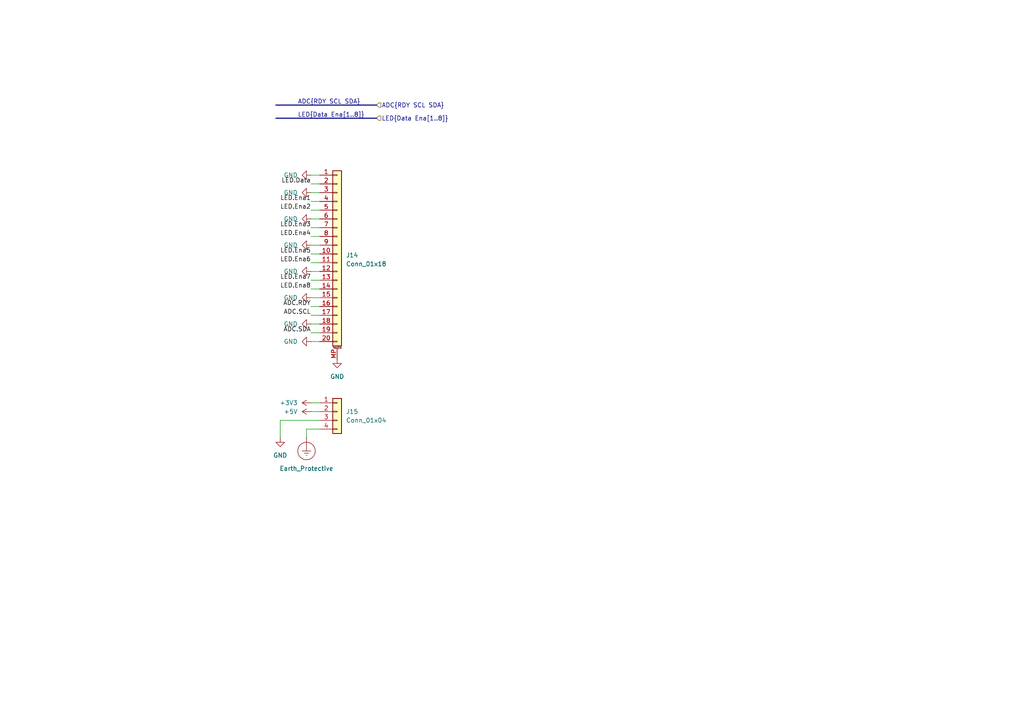
<source format=kicad_sch>
(kicad_sch
	(version 20250114)
	(generator "eeschema")
	(generator_version "9.0")
	(uuid "1b5839a5-50d9-476d-91a2-d5b82481b799")
	(paper "A4")
	(lib_symbols
		(symbol "Connector_Generic:Conn_01x04"
			(pin_names
				(offset 1.016)
				(hide yes)
			)
			(exclude_from_sim no)
			(in_bom yes)
			(on_board yes)
			(property "Reference" "J"
				(at 0 5.08 0)
				(effects
					(font
						(size 1.27 1.27)
					)
				)
			)
			(property "Value" "Conn_01x04"
				(at 0 -7.62 0)
				(effects
					(font
						(size 1.27 1.27)
					)
				)
			)
			(property "Footprint" ""
				(at 0 0 0)
				(effects
					(font
						(size 1.27 1.27)
					)
					(hide yes)
				)
			)
			(property "Datasheet" "~"
				(at 0 0 0)
				(effects
					(font
						(size 1.27 1.27)
					)
					(hide yes)
				)
			)
			(property "Description" "Generic connector, single row, 01x04, script generated (kicad-library-utils/schlib/autogen/connector/)"
				(at 0 0 0)
				(effects
					(font
						(size 1.27 1.27)
					)
					(hide yes)
				)
			)
			(property "ki_keywords" "connector"
				(at 0 0 0)
				(effects
					(font
						(size 1.27 1.27)
					)
					(hide yes)
				)
			)
			(property "ki_fp_filters" "Connector*:*_1x??_*"
				(at 0 0 0)
				(effects
					(font
						(size 1.27 1.27)
					)
					(hide yes)
				)
			)
			(symbol "Conn_01x04_1_1"
				(rectangle
					(start -1.27 3.81)
					(end 1.27 -6.35)
					(stroke
						(width 0.254)
						(type default)
					)
					(fill
						(type background)
					)
				)
				(rectangle
					(start -1.27 2.667)
					(end 0 2.413)
					(stroke
						(width 0.1524)
						(type default)
					)
					(fill
						(type none)
					)
				)
				(rectangle
					(start -1.27 0.127)
					(end 0 -0.127)
					(stroke
						(width 0.1524)
						(type default)
					)
					(fill
						(type none)
					)
				)
				(rectangle
					(start -1.27 -2.413)
					(end 0 -2.667)
					(stroke
						(width 0.1524)
						(type default)
					)
					(fill
						(type none)
					)
				)
				(rectangle
					(start -1.27 -4.953)
					(end 0 -5.207)
					(stroke
						(width 0.1524)
						(type default)
					)
					(fill
						(type none)
					)
				)
				(pin passive line
					(at -5.08 2.54 0)
					(length 3.81)
					(name "Pin_1"
						(effects
							(font
								(size 1.27 1.27)
							)
						)
					)
					(number "1"
						(effects
							(font
								(size 1.27 1.27)
							)
						)
					)
				)
				(pin passive line
					(at -5.08 0 0)
					(length 3.81)
					(name "Pin_2"
						(effects
							(font
								(size 1.27 1.27)
							)
						)
					)
					(number "2"
						(effects
							(font
								(size 1.27 1.27)
							)
						)
					)
				)
				(pin passive line
					(at -5.08 -2.54 0)
					(length 3.81)
					(name "Pin_3"
						(effects
							(font
								(size 1.27 1.27)
							)
						)
					)
					(number "3"
						(effects
							(font
								(size 1.27 1.27)
							)
						)
					)
				)
				(pin passive line
					(at -5.08 -5.08 0)
					(length 3.81)
					(name "Pin_4"
						(effects
							(font
								(size 1.27 1.27)
							)
						)
					)
					(number "4"
						(effects
							(font
								(size 1.27 1.27)
							)
						)
					)
				)
			)
			(embedded_fonts no)
		)
		(symbol "Connector_Generic_MountingPin:Conn_01x20_MountingPin"
			(pin_names
				(offset 1.016)
				(hide yes)
			)
			(exclude_from_sim no)
			(in_bom yes)
			(on_board yes)
			(property "Reference" "J"
				(at 0 25.4 0)
				(effects
					(font
						(size 1.27 1.27)
					)
				)
			)
			(property "Value" "Conn_01x20_MountingPin"
				(at 1.27 -27.94 0)
				(effects
					(font
						(size 1.27 1.27)
					)
					(justify left)
				)
			)
			(property "Footprint" ""
				(at 0 0 0)
				(effects
					(font
						(size 1.27 1.27)
					)
					(hide yes)
				)
			)
			(property "Datasheet" "~"
				(at 0 0 0)
				(effects
					(font
						(size 1.27 1.27)
					)
					(hide yes)
				)
			)
			(property "Description" "Generic connectable mounting pin connector, single row, 01x20, script generated (kicad-library-utils/schlib/autogen/connector/)"
				(at 0 0 0)
				(effects
					(font
						(size 1.27 1.27)
					)
					(hide yes)
				)
			)
			(property "ki_keywords" "connector"
				(at 0 0 0)
				(effects
					(font
						(size 1.27 1.27)
					)
					(hide yes)
				)
			)
			(property "ki_fp_filters" "Connector*:*_1x??-1MP*"
				(at 0 0 0)
				(effects
					(font
						(size 1.27 1.27)
					)
					(hide yes)
				)
			)
			(symbol "Conn_01x20_MountingPin_1_1"
				(rectangle
					(start -1.27 24.13)
					(end 1.27 -26.67)
					(stroke
						(width 0.254)
						(type default)
					)
					(fill
						(type background)
					)
				)
				(rectangle
					(start -1.27 22.987)
					(end 0 22.733)
					(stroke
						(width 0.1524)
						(type default)
					)
					(fill
						(type none)
					)
				)
				(rectangle
					(start -1.27 20.447)
					(end 0 20.193)
					(stroke
						(width 0.1524)
						(type default)
					)
					(fill
						(type none)
					)
				)
				(rectangle
					(start -1.27 17.907)
					(end 0 17.653)
					(stroke
						(width 0.1524)
						(type default)
					)
					(fill
						(type none)
					)
				)
				(rectangle
					(start -1.27 15.367)
					(end 0 15.113)
					(stroke
						(width 0.1524)
						(type default)
					)
					(fill
						(type none)
					)
				)
				(rectangle
					(start -1.27 12.827)
					(end 0 12.573)
					(stroke
						(width 0.1524)
						(type default)
					)
					(fill
						(type none)
					)
				)
				(rectangle
					(start -1.27 10.287)
					(end 0 10.033)
					(stroke
						(width 0.1524)
						(type default)
					)
					(fill
						(type none)
					)
				)
				(rectangle
					(start -1.27 7.747)
					(end 0 7.493)
					(stroke
						(width 0.1524)
						(type default)
					)
					(fill
						(type none)
					)
				)
				(rectangle
					(start -1.27 5.207)
					(end 0 4.953)
					(stroke
						(width 0.1524)
						(type default)
					)
					(fill
						(type none)
					)
				)
				(rectangle
					(start -1.27 2.667)
					(end 0 2.413)
					(stroke
						(width 0.1524)
						(type default)
					)
					(fill
						(type none)
					)
				)
				(rectangle
					(start -1.27 0.127)
					(end 0 -0.127)
					(stroke
						(width 0.1524)
						(type default)
					)
					(fill
						(type none)
					)
				)
				(rectangle
					(start -1.27 -2.413)
					(end 0 -2.667)
					(stroke
						(width 0.1524)
						(type default)
					)
					(fill
						(type none)
					)
				)
				(rectangle
					(start -1.27 -4.953)
					(end 0 -5.207)
					(stroke
						(width 0.1524)
						(type default)
					)
					(fill
						(type none)
					)
				)
				(rectangle
					(start -1.27 -7.493)
					(end 0 -7.747)
					(stroke
						(width 0.1524)
						(type default)
					)
					(fill
						(type none)
					)
				)
				(rectangle
					(start -1.27 -10.033)
					(end 0 -10.287)
					(stroke
						(width 0.1524)
						(type default)
					)
					(fill
						(type none)
					)
				)
				(rectangle
					(start -1.27 -12.573)
					(end 0 -12.827)
					(stroke
						(width 0.1524)
						(type default)
					)
					(fill
						(type none)
					)
				)
				(rectangle
					(start -1.27 -15.113)
					(end 0 -15.367)
					(stroke
						(width 0.1524)
						(type default)
					)
					(fill
						(type none)
					)
				)
				(rectangle
					(start -1.27 -17.653)
					(end 0 -17.907)
					(stroke
						(width 0.1524)
						(type default)
					)
					(fill
						(type none)
					)
				)
				(rectangle
					(start -1.27 -20.193)
					(end 0 -20.447)
					(stroke
						(width 0.1524)
						(type default)
					)
					(fill
						(type none)
					)
				)
				(rectangle
					(start -1.27 -22.733)
					(end 0 -22.987)
					(stroke
						(width 0.1524)
						(type default)
					)
					(fill
						(type none)
					)
				)
				(rectangle
					(start -1.27 -25.273)
					(end 0 -25.527)
					(stroke
						(width 0.1524)
						(type default)
					)
					(fill
						(type none)
					)
				)
				(polyline
					(pts
						(xy -1.016 -27.432) (xy 1.016 -27.432)
					)
					(stroke
						(width 0.1524)
						(type default)
					)
					(fill
						(type none)
					)
				)
				(text "Mounting"
					(at 0 -27.051 0)
					(effects
						(font
							(size 0.381 0.381)
						)
					)
				)
				(pin passive line
					(at -5.08 22.86 0)
					(length 3.81)
					(name "Pin_1"
						(effects
							(font
								(size 1.27 1.27)
							)
						)
					)
					(number "1"
						(effects
							(font
								(size 1.27 1.27)
							)
						)
					)
				)
				(pin passive line
					(at -5.08 20.32 0)
					(length 3.81)
					(name "Pin_2"
						(effects
							(font
								(size 1.27 1.27)
							)
						)
					)
					(number "2"
						(effects
							(font
								(size 1.27 1.27)
							)
						)
					)
				)
				(pin passive line
					(at -5.08 17.78 0)
					(length 3.81)
					(name "Pin_3"
						(effects
							(font
								(size 1.27 1.27)
							)
						)
					)
					(number "3"
						(effects
							(font
								(size 1.27 1.27)
							)
						)
					)
				)
				(pin passive line
					(at -5.08 15.24 0)
					(length 3.81)
					(name "Pin_4"
						(effects
							(font
								(size 1.27 1.27)
							)
						)
					)
					(number "4"
						(effects
							(font
								(size 1.27 1.27)
							)
						)
					)
				)
				(pin passive line
					(at -5.08 12.7 0)
					(length 3.81)
					(name "Pin_5"
						(effects
							(font
								(size 1.27 1.27)
							)
						)
					)
					(number "5"
						(effects
							(font
								(size 1.27 1.27)
							)
						)
					)
				)
				(pin passive line
					(at -5.08 10.16 0)
					(length 3.81)
					(name "Pin_6"
						(effects
							(font
								(size 1.27 1.27)
							)
						)
					)
					(number "6"
						(effects
							(font
								(size 1.27 1.27)
							)
						)
					)
				)
				(pin passive line
					(at -5.08 7.62 0)
					(length 3.81)
					(name "Pin_7"
						(effects
							(font
								(size 1.27 1.27)
							)
						)
					)
					(number "7"
						(effects
							(font
								(size 1.27 1.27)
							)
						)
					)
				)
				(pin passive line
					(at -5.08 5.08 0)
					(length 3.81)
					(name "Pin_8"
						(effects
							(font
								(size 1.27 1.27)
							)
						)
					)
					(number "8"
						(effects
							(font
								(size 1.27 1.27)
							)
						)
					)
				)
				(pin passive line
					(at -5.08 2.54 0)
					(length 3.81)
					(name "Pin_9"
						(effects
							(font
								(size 1.27 1.27)
							)
						)
					)
					(number "9"
						(effects
							(font
								(size 1.27 1.27)
							)
						)
					)
				)
				(pin passive line
					(at -5.08 0 0)
					(length 3.81)
					(name "Pin_10"
						(effects
							(font
								(size 1.27 1.27)
							)
						)
					)
					(number "10"
						(effects
							(font
								(size 1.27 1.27)
							)
						)
					)
				)
				(pin passive line
					(at -5.08 -2.54 0)
					(length 3.81)
					(name "Pin_11"
						(effects
							(font
								(size 1.27 1.27)
							)
						)
					)
					(number "11"
						(effects
							(font
								(size 1.27 1.27)
							)
						)
					)
				)
				(pin passive line
					(at -5.08 -5.08 0)
					(length 3.81)
					(name "Pin_12"
						(effects
							(font
								(size 1.27 1.27)
							)
						)
					)
					(number "12"
						(effects
							(font
								(size 1.27 1.27)
							)
						)
					)
				)
				(pin passive line
					(at -5.08 -7.62 0)
					(length 3.81)
					(name "Pin_13"
						(effects
							(font
								(size 1.27 1.27)
							)
						)
					)
					(number "13"
						(effects
							(font
								(size 1.27 1.27)
							)
						)
					)
				)
				(pin passive line
					(at -5.08 -10.16 0)
					(length 3.81)
					(name "Pin_14"
						(effects
							(font
								(size 1.27 1.27)
							)
						)
					)
					(number "14"
						(effects
							(font
								(size 1.27 1.27)
							)
						)
					)
				)
				(pin passive line
					(at -5.08 -12.7 0)
					(length 3.81)
					(name "Pin_15"
						(effects
							(font
								(size 1.27 1.27)
							)
						)
					)
					(number "15"
						(effects
							(font
								(size 1.27 1.27)
							)
						)
					)
				)
				(pin passive line
					(at -5.08 -15.24 0)
					(length 3.81)
					(name "Pin_16"
						(effects
							(font
								(size 1.27 1.27)
							)
						)
					)
					(number "16"
						(effects
							(font
								(size 1.27 1.27)
							)
						)
					)
				)
				(pin passive line
					(at -5.08 -17.78 0)
					(length 3.81)
					(name "Pin_17"
						(effects
							(font
								(size 1.27 1.27)
							)
						)
					)
					(number "17"
						(effects
							(font
								(size 1.27 1.27)
							)
						)
					)
				)
				(pin passive line
					(at -5.08 -20.32 0)
					(length 3.81)
					(name "Pin_18"
						(effects
							(font
								(size 1.27 1.27)
							)
						)
					)
					(number "18"
						(effects
							(font
								(size 1.27 1.27)
							)
						)
					)
				)
				(pin passive line
					(at -5.08 -22.86 0)
					(length 3.81)
					(name "Pin_19"
						(effects
							(font
								(size 1.27 1.27)
							)
						)
					)
					(number "19"
						(effects
							(font
								(size 1.27 1.27)
							)
						)
					)
				)
				(pin passive line
					(at -5.08 -25.4 0)
					(length 3.81)
					(name "Pin_20"
						(effects
							(font
								(size 1.27 1.27)
							)
						)
					)
					(number "20"
						(effects
							(font
								(size 1.27 1.27)
							)
						)
					)
				)
				(pin passive line
					(at 0 -30.48 90)
					(length 3.048)
					(name "MountPin"
						(effects
							(font
								(size 1.27 1.27)
							)
						)
					)
					(number "MP"
						(effects
							(font
								(size 1.27 1.27)
							)
						)
					)
				)
			)
			(embedded_fonts no)
		)
		(symbol "power:+3V3"
			(power)
			(pin_numbers
				(hide yes)
			)
			(pin_names
				(offset 0)
				(hide yes)
			)
			(exclude_from_sim no)
			(in_bom yes)
			(on_board yes)
			(property "Reference" "#PWR"
				(at 0 -3.81 0)
				(effects
					(font
						(size 1.27 1.27)
					)
					(hide yes)
				)
			)
			(property "Value" "+3V3"
				(at 0 3.556 0)
				(effects
					(font
						(size 1.27 1.27)
					)
				)
			)
			(property "Footprint" ""
				(at 0 0 0)
				(effects
					(font
						(size 1.27 1.27)
					)
					(hide yes)
				)
			)
			(property "Datasheet" ""
				(at 0 0 0)
				(effects
					(font
						(size 1.27 1.27)
					)
					(hide yes)
				)
			)
			(property "Description" "Power symbol creates a global label with name \"+3V3\""
				(at 0 0 0)
				(effects
					(font
						(size 1.27 1.27)
					)
					(hide yes)
				)
			)
			(property "ki_keywords" "global power"
				(at 0 0 0)
				(effects
					(font
						(size 1.27 1.27)
					)
					(hide yes)
				)
			)
			(symbol "+3V3_0_1"
				(polyline
					(pts
						(xy -0.762 1.27) (xy 0 2.54)
					)
					(stroke
						(width 0)
						(type default)
					)
					(fill
						(type none)
					)
				)
				(polyline
					(pts
						(xy 0 2.54) (xy 0.762 1.27)
					)
					(stroke
						(width 0)
						(type default)
					)
					(fill
						(type none)
					)
				)
				(polyline
					(pts
						(xy 0 0) (xy 0 2.54)
					)
					(stroke
						(width 0)
						(type default)
					)
					(fill
						(type none)
					)
				)
			)
			(symbol "+3V3_1_1"
				(pin power_in line
					(at 0 0 90)
					(length 0)
					(name "~"
						(effects
							(font
								(size 1.27 1.27)
							)
						)
					)
					(number "1"
						(effects
							(font
								(size 1.27 1.27)
							)
						)
					)
				)
			)
			(embedded_fonts no)
		)
		(symbol "power:+5V"
			(power)
			(pin_numbers
				(hide yes)
			)
			(pin_names
				(offset 0)
				(hide yes)
			)
			(exclude_from_sim no)
			(in_bom yes)
			(on_board yes)
			(property "Reference" "#PWR"
				(at 0 -3.81 0)
				(effects
					(font
						(size 1.27 1.27)
					)
					(hide yes)
				)
			)
			(property "Value" "+5V"
				(at 0 3.556 0)
				(effects
					(font
						(size 1.27 1.27)
					)
				)
			)
			(property "Footprint" ""
				(at 0 0 0)
				(effects
					(font
						(size 1.27 1.27)
					)
					(hide yes)
				)
			)
			(property "Datasheet" ""
				(at 0 0 0)
				(effects
					(font
						(size 1.27 1.27)
					)
					(hide yes)
				)
			)
			(property "Description" "Power symbol creates a global label with name \"+5V\""
				(at 0 0 0)
				(effects
					(font
						(size 1.27 1.27)
					)
					(hide yes)
				)
			)
			(property "ki_keywords" "global power"
				(at 0 0 0)
				(effects
					(font
						(size 1.27 1.27)
					)
					(hide yes)
				)
			)
			(symbol "+5V_0_1"
				(polyline
					(pts
						(xy -0.762 1.27) (xy 0 2.54)
					)
					(stroke
						(width 0)
						(type default)
					)
					(fill
						(type none)
					)
				)
				(polyline
					(pts
						(xy 0 2.54) (xy 0.762 1.27)
					)
					(stroke
						(width 0)
						(type default)
					)
					(fill
						(type none)
					)
				)
				(polyline
					(pts
						(xy 0 0) (xy 0 2.54)
					)
					(stroke
						(width 0)
						(type default)
					)
					(fill
						(type none)
					)
				)
			)
			(symbol "+5V_1_1"
				(pin power_in line
					(at 0 0 90)
					(length 0)
					(name "~"
						(effects
							(font
								(size 1.27 1.27)
							)
						)
					)
					(number "1"
						(effects
							(font
								(size 1.27 1.27)
							)
						)
					)
				)
			)
			(embedded_fonts no)
		)
		(symbol "power:Earth_Protective"
			(power)
			(pin_numbers
				(hide yes)
			)
			(pin_names
				(offset 0)
				(hide yes)
			)
			(exclude_from_sim no)
			(in_bom yes)
			(on_board yes)
			(property "Reference" "#PWR"
				(at 0 -10.16 0)
				(effects
					(font
						(size 1.27 1.27)
					)
					(hide yes)
				)
			)
			(property "Value" "Earth_Protective"
				(at 0 -7.62 0)
				(effects
					(font
						(size 1.27 1.27)
					)
				)
			)
			(property "Footprint" ""
				(at 0 -2.54 0)
				(effects
					(font
						(size 1.27 1.27)
					)
					(hide yes)
				)
			)
			(property "Datasheet" "~"
				(at 0 -2.54 0)
				(effects
					(font
						(size 1.27 1.27)
					)
					(hide yes)
				)
			)
			(property "Description" "Power symbol creates a global label with name \"Earth_Protective\""
				(at 0 0 0)
				(effects
					(font
						(size 1.27 1.27)
					)
					(hide yes)
				)
			)
			(property "ki_keywords" "global ground gnd clean"
				(at 0 0 0)
				(effects
					(font
						(size 1.27 1.27)
					)
					(hide yes)
				)
			)
			(symbol "Earth_Protective_0_1"
				(polyline
					(pts
						(xy -0.635 -4.445) (xy 0.635 -4.445)
					)
					(stroke
						(width 0)
						(type default)
					)
					(fill
						(type none)
					)
				)
				(polyline
					(pts
						(xy -0.127 -5.08) (xy 0.127 -5.08)
					)
					(stroke
						(width 0)
						(type default)
					)
					(fill
						(type none)
					)
				)
				(polyline
					(pts
						(xy 0 -3.81) (xy 0 0)
					)
					(stroke
						(width 0)
						(type default)
					)
					(fill
						(type none)
					)
				)
				(circle
					(center 0 -3.81)
					(radius 2.54)
					(stroke
						(width 0)
						(type default)
					)
					(fill
						(type none)
					)
				)
				(polyline
					(pts
						(xy 1.27 -3.81) (xy -1.27 -3.81)
					)
					(stroke
						(width 0)
						(type default)
					)
					(fill
						(type none)
					)
				)
			)
			(symbol "Earth_Protective_1_1"
				(pin power_in line
					(at 0 0 270)
					(length 0)
					(name "~"
						(effects
							(font
								(size 1.27 1.27)
							)
						)
					)
					(number "1"
						(effects
							(font
								(size 1.27 1.27)
							)
						)
					)
				)
			)
			(embedded_fonts no)
		)
		(symbol "power:GND"
			(power)
			(pin_numbers
				(hide yes)
			)
			(pin_names
				(offset 0)
				(hide yes)
			)
			(exclude_from_sim no)
			(in_bom yes)
			(on_board yes)
			(property "Reference" "#PWR"
				(at 0 -6.35 0)
				(effects
					(font
						(size 1.27 1.27)
					)
					(hide yes)
				)
			)
			(property "Value" "GND"
				(at 0 -3.81 0)
				(effects
					(font
						(size 1.27 1.27)
					)
				)
			)
			(property "Footprint" ""
				(at 0 0 0)
				(effects
					(font
						(size 1.27 1.27)
					)
					(hide yes)
				)
			)
			(property "Datasheet" ""
				(at 0 0 0)
				(effects
					(font
						(size 1.27 1.27)
					)
					(hide yes)
				)
			)
			(property "Description" "Power symbol creates a global label with name \"GND\" , ground"
				(at 0 0 0)
				(effects
					(font
						(size 1.27 1.27)
					)
					(hide yes)
				)
			)
			(property "ki_keywords" "global power"
				(at 0 0 0)
				(effects
					(font
						(size 1.27 1.27)
					)
					(hide yes)
				)
			)
			(symbol "GND_0_1"
				(polyline
					(pts
						(xy 0 0) (xy 0 -1.27) (xy 1.27 -1.27) (xy 0 -2.54) (xy -1.27 -1.27) (xy 0 -1.27)
					)
					(stroke
						(width 0)
						(type default)
					)
					(fill
						(type none)
					)
				)
			)
			(symbol "GND_1_1"
				(pin power_in line
					(at 0 0 270)
					(length 0)
					(name "~"
						(effects
							(font
								(size 1.27 1.27)
							)
						)
					)
					(number "1"
						(effects
							(font
								(size 1.27 1.27)
							)
						)
					)
				)
			)
			(embedded_fonts no)
		)
	)
	(wire
		(pts
			(xy 90.17 83.82) (xy 92.71 83.82)
		)
		(stroke
			(width 0)
			(type default)
		)
		(uuid "12fd6277-fcbc-4fb9-81d9-bdbd0cf9fb86")
	)
	(wire
		(pts
			(xy 90.17 63.5) (xy 92.71 63.5)
		)
		(stroke
			(width 0)
			(type default)
		)
		(uuid "23a73c7f-4c8b-4aba-9406-b1da170ffea8")
	)
	(wire
		(pts
			(xy 90.17 71.12) (xy 92.71 71.12)
		)
		(stroke
			(width 0)
			(type default)
		)
		(uuid "27a5f27c-938b-4d7c-b250-a7f20bb58cfc")
	)
	(wire
		(pts
			(xy 90.17 86.36) (xy 92.71 86.36)
		)
		(stroke
			(width 0)
			(type default)
		)
		(uuid "313c1c8a-b2fe-4c27-95b4-440831052a04")
	)
	(wire
		(pts
			(xy 90.17 58.42) (xy 92.71 58.42)
		)
		(stroke
			(width 0)
			(type default)
		)
		(uuid "366bb1c5-e8dd-4c2d-9335-6d5708914329")
	)
	(wire
		(pts
			(xy 88.9 127) (xy 88.9 124.46)
		)
		(stroke
			(width 0)
			(type default)
		)
		(uuid "41fab280-c237-4adc-b5cf-758e994f381a")
	)
	(wire
		(pts
			(xy 90.17 73.66) (xy 92.71 73.66)
		)
		(stroke
			(width 0)
			(type default)
		)
		(uuid "4a2e0dfc-1916-40a2-bf37-858250a32873")
	)
	(wire
		(pts
			(xy 90.17 60.96) (xy 92.71 60.96)
		)
		(stroke
			(width 0)
			(type default)
		)
		(uuid "4cdb6b36-e1d6-4748-abe6-523f4f91fa89")
	)
	(bus
		(pts
			(xy 80.01 30.48) (xy 109.22 30.48)
		)
		(stroke
			(width 0)
			(type default)
		)
		(uuid "52b1ab5a-359c-4f96-a92e-8b7b1f40f7b0")
	)
	(wire
		(pts
			(xy 90.17 66.04) (xy 92.71 66.04)
		)
		(stroke
			(width 0)
			(type default)
		)
		(uuid "55abf1ce-25f3-479d-a2db-657aa0ec5c23")
	)
	(wire
		(pts
			(xy 88.9 124.46) (xy 92.71 124.46)
		)
		(stroke
			(width 0)
			(type default)
		)
		(uuid "60a017d5-b24b-4416-9258-3f82229294d6")
	)
	(wire
		(pts
			(xy 90.17 78.74) (xy 92.71 78.74)
		)
		(stroke
			(width 0)
			(type default)
		)
		(uuid "64022cff-fa71-4241-a5b0-3b9799bfda53")
	)
	(wire
		(pts
			(xy 90.17 68.58) (xy 92.71 68.58)
		)
		(stroke
			(width 0)
			(type default)
		)
		(uuid "65555862-7855-4973-ba35-8f3812b15013")
	)
	(wire
		(pts
			(xy 90.17 50.8) (xy 92.71 50.8)
		)
		(stroke
			(width 0)
			(type default)
		)
		(uuid "68e2b170-11b8-4bb6-ae74-cfc204648e73")
	)
	(wire
		(pts
			(xy 81.28 127) (xy 81.28 121.92)
		)
		(stroke
			(width 0)
			(type default)
		)
		(uuid "81d688b9-4563-4e42-a08c-f44d1aeef37c")
	)
	(wire
		(pts
			(xy 90.17 91.44) (xy 92.71 91.44)
		)
		(stroke
			(width 0)
			(type default)
		)
		(uuid "852df7e5-8968-4204-ac97-3a55b41c186c")
	)
	(wire
		(pts
			(xy 90.17 81.28) (xy 92.71 81.28)
		)
		(stroke
			(width 0)
			(type default)
		)
		(uuid "86dfd101-4945-4efa-b602-f221d19ed1d4")
	)
	(bus
		(pts
			(xy 80.01 34.29) (xy 109.22 34.29)
		)
		(stroke
			(width 0)
			(type default)
		)
		(uuid "9374c539-2673-4ddc-9f1c-4e6226e85dfc")
	)
	(wire
		(pts
			(xy 90.17 93.98) (xy 92.71 93.98)
		)
		(stroke
			(width 0)
			(type default)
		)
		(uuid "9704dc66-11da-4370-90f3-9ac2c5e890a6")
	)
	(wire
		(pts
			(xy 90.17 88.9) (xy 92.71 88.9)
		)
		(stroke
			(width 0)
			(type default)
		)
		(uuid "a3cf21e6-f2ee-46d3-9172-366ad0160681")
	)
	(wire
		(pts
			(xy 90.17 53.34) (xy 92.71 53.34)
		)
		(stroke
			(width 0)
			(type default)
		)
		(uuid "ab4bc61a-4667-4775-b7d3-81ef09889d6c")
	)
	(wire
		(pts
			(xy 90.17 116.84) (xy 92.71 116.84)
		)
		(stroke
			(width 0)
			(type default)
		)
		(uuid "ac32dbbc-96fb-4625-9c10-9a9cea76d52f")
	)
	(wire
		(pts
			(xy 90.17 99.06) (xy 92.71 99.06)
		)
		(stroke
			(width 0)
			(type default)
		)
		(uuid "b8235971-032b-4d9e-9e2c-3e58114540ad")
	)
	(wire
		(pts
			(xy 90.17 55.88) (xy 92.71 55.88)
		)
		(stroke
			(width 0)
			(type default)
		)
		(uuid "cc9557f5-4c8a-4bdc-8052-e18035f68a99")
	)
	(wire
		(pts
			(xy 90.17 119.38) (xy 92.71 119.38)
		)
		(stroke
			(width 0)
			(type default)
		)
		(uuid "dee7e0de-5b66-48e0-b014-27032f8352b4")
	)
	(wire
		(pts
			(xy 90.17 96.52) (xy 92.71 96.52)
		)
		(stroke
			(width 0)
			(type default)
		)
		(uuid "e0d49d5c-91f5-4730-b80b-31bce46d1a54")
	)
	(wire
		(pts
			(xy 90.17 76.2) (xy 92.71 76.2)
		)
		(stroke
			(width 0)
			(type default)
		)
		(uuid "e27c0919-6e54-4147-bdac-1b88c5d25d6f")
	)
	(wire
		(pts
			(xy 81.28 121.92) (xy 92.71 121.92)
		)
		(stroke
			(width 0)
			(type default)
		)
		(uuid "e373a814-eecd-4fea-916d-ba466bc1a928")
	)
	(label "LED.Data"
		(at 90.17 53.34 180)
		(effects
			(font
				(size 1.27 1.27)
			)
			(justify right bottom)
		)
		(uuid "080ae524-a7fc-45af-84c0-1352d16f0b3b")
	)
	(label "LED.Ena1"
		(at 90.17 58.42 180)
		(effects
			(font
				(size 1.27 1.27)
			)
			(justify right bottom)
		)
		(uuid "0a137be2-3297-41d2-8be9-8afdc94ee595")
	)
	(label "ADC.RDY"
		(at 90.17 88.9 180)
		(effects
			(font
				(size 1.27 1.27)
			)
			(justify right bottom)
		)
		(uuid "0c91223a-bc7f-4cf0-a660-17d7c25b004a")
	)
	(label "ADC.SCL"
		(at 90.17 91.44 180)
		(effects
			(font
				(size 1.27 1.27)
			)
			(justify right bottom)
		)
		(uuid "276d4fd0-d75a-4dc6-80f9-8cec267a8905")
	)
	(label "LED.Ena4"
		(at 90.17 68.58 180)
		(effects
			(font
				(size 1.27 1.27)
			)
			(justify right bottom)
		)
		(uuid "5c856db0-c54e-45f4-9824-43ee8a9bf05e")
	)
	(label "LED.Ena2"
		(at 90.17 60.96 180)
		(effects
			(font
				(size 1.27 1.27)
			)
			(justify right bottom)
		)
		(uuid "653aa146-595a-4696-b786-c9ce64cf2b69")
	)
	(label "LED.Ena8"
		(at 90.17 83.82 180)
		(effects
			(font
				(size 1.27 1.27)
			)
			(justify right bottom)
		)
		(uuid "67513553-f0e5-4ec3-806d-f40185c867fd")
	)
	(label "ADC.SDA"
		(at 90.17 96.52 180)
		(effects
			(font
				(size 1.27 1.27)
			)
			(justify right bottom)
		)
		(uuid "6bf5d9c4-7eee-40a7-9fc7-327c97da3692")
	)
	(label "LED.Ena5"
		(at 90.17 73.66 180)
		(effects
			(font
				(size 1.27 1.27)
			)
			(justify right bottom)
		)
		(uuid "8d860584-4f1e-4f96-87b2-69e6ce5fd72c")
	)
	(label "LED{Data Ena[1..8]}"
		(at 86.36 34.29 0)
		(effects
			(font
				(size 1.27 1.27)
			)
			(justify left bottom)
		)
		(uuid "950dbec3-0c15-488d-b21a-72057af8ceee")
	)
	(label "LED.Ena7"
		(at 90.17 81.28 180)
		(effects
			(font
				(size 1.27 1.27)
			)
			(justify right bottom)
		)
		(uuid "9888c086-88b3-4bb2-9ec6-a75c0b375104")
	)
	(label "LED.Ena3"
		(at 90.17 66.04 180)
		(effects
			(font
				(size 1.27 1.27)
			)
			(justify right bottom)
		)
		(uuid "cb47c534-fe9c-4237-9f96-b88eb5f0a169")
	)
	(label "ADC{RDY SCL SDA}"
		(at 86.36 30.48 0)
		(effects
			(font
				(size 1.27 1.27)
			)
			(justify left bottom)
		)
		(uuid "cdae49a8-bc08-4cc8-837b-bb3fc2869fb2")
	)
	(label "LED.Ena6"
		(at 90.17 76.2 180)
		(effects
			(font
				(size 1.27 1.27)
			)
			(justify right bottom)
		)
		(uuid "de8859d7-f54b-4e1d-8cf4-ea87eaf602b1")
	)
	(hierarchical_label "LED{Data Ena[1..8]}"
		(shape input)
		(at 109.22 34.29 0)
		(effects
			(font
				(size 1.27 1.27)
			)
			(justify left)
		)
		(uuid "369a419d-cda9-44f8-bc36-5fa6f59a2c24")
	)
	(hierarchical_label "ADC{RDY SCL SDA}"
		(shape input)
		(at 109.22 30.48 0)
		(effects
			(font
				(size 1.27 1.27)
			)
			(justify left)
		)
		(uuid "fcca4745-e481-413b-b7a1-8a7ad3c449e3")
	)
	(symbol
		(lib_id "Connector_Generic:Conn_01x04")
		(at 97.79 119.38 0)
		(unit 1)
		(exclude_from_sim no)
		(in_bom yes)
		(on_board yes)
		(dnp no)
		(fields_autoplaced yes)
		(uuid "0071e936-01aa-41f6-8030-b5b3900b411b")
		(property "Reference" "J15"
			(at 100.33 119.3799 0)
			(effects
				(font
					(size 1.27 1.27)
				)
				(justify left)
			)
		)
		(property "Value" "Conn_01x04"
			(at 100.33 121.9199 0)
			(effects
				(font
					(size 1.27 1.27)
				)
				(justify left)
			)
		)
		(property "Footprint" "Connector_JST:JST_XH_B4B-XH-AM_1x04_P2.50mm_Vertical"
			(at 97.79 119.38 0)
			(effects
				(font
					(size 1.27 1.27)
				)
				(hide yes)
			)
		)
		(property "Datasheet" "~"
			(at 97.79 119.38 0)
			(effects
				(font
					(size 1.27 1.27)
				)
				(hide yes)
			)
		)
		(property "Description" "Generic connector, single row, 01x04, script generated (kicad-library-utils/schlib/autogen/connector/)"
			(at 97.79 119.38 0)
			(effects
				(font
					(size 1.27 1.27)
				)
				(hide yes)
			)
		)
		(pin "4"
			(uuid "6fcfaa21-7b96-4b4b-89ee-16f0ca08ad6c")
		)
		(pin "1"
			(uuid "2f539a2c-1ab2-4029-aa1c-1e1e94a93467")
		)
		(pin "3"
			(uuid "226c9b4f-e462-4ffd-ae44-64bfe0cdc4de")
		)
		(pin "2"
			(uuid "1f6dfd79-239a-4012-8d7c-e114e3bc18ad")
		)
		(instances
			(project ""
				(path "/b7011f24-a95f-4b3f-a6cc-ae92e5977d54/203c8886-ee16-4201-9093-4ac34a2e1788"
					(reference "J15")
					(unit 1)
				)
			)
		)
	)
	(symbol
		(lib_id "power:GND")
		(at 90.17 86.36 270)
		(unit 1)
		(exclude_from_sim no)
		(in_bom yes)
		(on_board yes)
		(dnp no)
		(fields_autoplaced yes)
		(uuid "02a8b39b-c1b6-4a56-ae01-d0b42ab39b97")
		(property "Reference" "#PWR098"
			(at 83.82 86.36 0)
			(effects
				(font
					(size 1.27 1.27)
				)
				(hide yes)
			)
		)
		(property "Value" "GND"
			(at 86.36 86.3599 90)
			(effects
				(font
					(size 1.27 1.27)
				)
				(justify right)
			)
		)
		(property "Footprint" ""
			(at 90.17 86.36 0)
			(effects
				(font
					(size 1.27 1.27)
				)
				(hide yes)
			)
		)
		(property "Datasheet" ""
			(at 90.17 86.36 0)
			(effects
				(font
					(size 1.27 1.27)
				)
				(hide yes)
			)
		)
		(property "Description" "Power symbol creates a global label with name \"GND\" , ground"
			(at 90.17 86.36 0)
			(effects
				(font
					(size 1.27 1.27)
				)
				(hide yes)
			)
		)
		(pin "1"
			(uuid "31358096-4012-4ee3-898c-25db3862bc58")
		)
		(instances
			(project "StairsV2Eth_MainBoard"
				(path "/b7011f24-a95f-4b3f-a6cc-ae92e5977d54/203c8886-ee16-4201-9093-4ac34a2e1788"
					(reference "#PWR098")
					(unit 1)
				)
			)
		)
	)
	(symbol
		(lib_id "power:GND")
		(at 90.17 55.88 270)
		(unit 1)
		(exclude_from_sim no)
		(in_bom yes)
		(on_board yes)
		(dnp no)
		(fields_autoplaced yes)
		(uuid "06275973-02ff-47f5-a521-885c1663f1db")
		(property "Reference" "#PWR094"
			(at 83.82 55.88 0)
			(effects
				(font
					(size 1.27 1.27)
				)
				(hide yes)
			)
		)
		(property "Value" "GND"
			(at 86.36 55.8799 90)
			(effects
				(font
					(size 1.27 1.27)
				)
				(justify right)
			)
		)
		(property "Footprint" ""
			(at 90.17 55.88 0)
			(effects
				(font
					(size 1.27 1.27)
				)
				(hide yes)
			)
		)
		(property "Datasheet" ""
			(at 90.17 55.88 0)
			(effects
				(font
					(size 1.27 1.27)
				)
				(hide yes)
			)
		)
		(property "Description" "Power symbol creates a global label with name \"GND\" , ground"
			(at 90.17 55.88 0)
			(effects
				(font
					(size 1.27 1.27)
				)
				(hide yes)
			)
		)
		(pin "1"
			(uuid "60136f85-f4cf-4b14-959b-a67e05c1933c")
		)
		(instances
			(project ""
				(path "/b7011f24-a95f-4b3f-a6cc-ae92e5977d54/203c8886-ee16-4201-9093-4ac34a2e1788"
					(reference "#PWR094")
					(unit 1)
				)
			)
		)
	)
	(symbol
		(lib_id "power:GND")
		(at 90.17 63.5 270)
		(unit 1)
		(exclude_from_sim no)
		(in_bom yes)
		(on_board yes)
		(dnp no)
		(fields_autoplaced yes)
		(uuid "1545c98b-f897-4cc0-9cae-21f36e905463")
		(property "Reference" "#PWR095"
			(at 83.82 63.5 0)
			(effects
				(font
					(size 1.27 1.27)
				)
				(hide yes)
			)
		)
		(property "Value" "GND"
			(at 86.36 63.4999 90)
			(effects
				(font
					(size 1.27 1.27)
				)
				(justify right)
			)
		)
		(property "Footprint" ""
			(at 90.17 63.5 0)
			(effects
				(font
					(size 1.27 1.27)
				)
				(hide yes)
			)
		)
		(property "Datasheet" ""
			(at 90.17 63.5 0)
			(effects
				(font
					(size 1.27 1.27)
				)
				(hide yes)
			)
		)
		(property "Description" "Power symbol creates a global label with name \"GND\" , ground"
			(at 90.17 63.5 0)
			(effects
				(font
					(size 1.27 1.27)
				)
				(hide yes)
			)
		)
		(pin "1"
			(uuid "8cc16ee0-4144-4c4d-ad56-8f7740e0d0e1")
		)
		(instances
			(project "StairsV2Eth_MainBoard"
				(path "/b7011f24-a95f-4b3f-a6cc-ae92e5977d54/203c8886-ee16-4201-9093-4ac34a2e1788"
					(reference "#PWR095")
					(unit 1)
				)
			)
		)
	)
	(symbol
		(lib_id "power:GND")
		(at 97.79 104.14 0)
		(unit 1)
		(exclude_from_sim no)
		(in_bom yes)
		(on_board yes)
		(dnp no)
		(fields_autoplaced yes)
		(uuid "28c0c56b-01be-44c5-8dc4-00855e708ede")
		(property "Reference" "#PWR0103"
			(at 97.79 110.49 0)
			(effects
				(font
					(size 1.27 1.27)
				)
				(hide yes)
			)
		)
		(property "Value" "GND"
			(at 97.79 109.22 0)
			(effects
				(font
					(size 1.27 1.27)
				)
			)
		)
		(property "Footprint" ""
			(at 97.79 104.14 0)
			(effects
				(font
					(size 1.27 1.27)
				)
				(hide yes)
			)
		)
		(property "Datasheet" ""
			(at 97.79 104.14 0)
			(effects
				(font
					(size 1.27 1.27)
				)
				(hide yes)
			)
		)
		(property "Description" "Power symbol creates a global label with name \"GND\" , ground"
			(at 97.79 104.14 0)
			(effects
				(font
					(size 1.27 1.27)
				)
				(hide yes)
			)
		)
		(pin "1"
			(uuid "f89d5eca-00d5-4019-8a81-3109e3f72163")
		)
		(instances
			(project "StairsV2Eth_MainBoard"
				(path "/b7011f24-a95f-4b3f-a6cc-ae92e5977d54/203c8886-ee16-4201-9093-4ac34a2e1788"
					(reference "#PWR0103")
					(unit 1)
				)
			)
		)
	)
	(symbol
		(lib_id "power:GND")
		(at 90.17 99.06 270)
		(unit 1)
		(exclude_from_sim no)
		(in_bom yes)
		(on_board yes)
		(dnp no)
		(fields_autoplaced yes)
		(uuid "45ec0aec-e3fd-416a-ae24-a465fbec5257")
		(property "Reference" "#PWR0100"
			(at 83.82 99.06 0)
			(effects
				(font
					(size 1.27 1.27)
				)
				(hide yes)
			)
		)
		(property "Value" "GND"
			(at 86.36 99.0599 90)
			(effects
				(font
					(size 1.27 1.27)
				)
				(justify right)
			)
		)
		(property "Footprint" ""
			(at 90.17 99.06 0)
			(effects
				(font
					(size 1.27 1.27)
				)
				(hide yes)
			)
		)
		(property "Datasheet" ""
			(at 90.17 99.06 0)
			(effects
				(font
					(size 1.27 1.27)
				)
				(hide yes)
			)
		)
		(property "Description" "Power symbol creates a global label with name \"GND\" , ground"
			(at 90.17 99.06 0)
			(effects
				(font
					(size 1.27 1.27)
				)
				(hide yes)
			)
		)
		(pin "1"
			(uuid "19eeaee9-073e-4338-883a-fdd6c200c1b3")
		)
		(instances
			(project "StairsV2Eth_MainBoard"
				(path "/b7011f24-a95f-4b3f-a6cc-ae92e5977d54/203c8886-ee16-4201-9093-4ac34a2e1788"
					(reference "#PWR0100")
					(unit 1)
				)
			)
		)
	)
	(symbol
		(lib_id "power:+3V3")
		(at 90.17 116.84 90)
		(unit 1)
		(exclude_from_sim no)
		(in_bom yes)
		(on_board yes)
		(dnp no)
		(fields_autoplaced yes)
		(uuid "551b5083-6bd6-4e08-ac3a-0eee1a02a950")
		(property "Reference" "#PWR0101"
			(at 93.98 116.84 0)
			(effects
				(font
					(size 1.27 1.27)
				)
				(hide yes)
			)
		)
		(property "Value" "+3V3"
			(at 86.36 116.8399 90)
			(effects
				(font
					(size 1.27 1.27)
				)
				(justify left)
			)
		)
		(property "Footprint" ""
			(at 90.17 116.84 0)
			(effects
				(font
					(size 1.27 1.27)
				)
				(hide yes)
			)
		)
		(property "Datasheet" ""
			(at 90.17 116.84 0)
			(effects
				(font
					(size 1.27 1.27)
				)
				(hide yes)
			)
		)
		(property "Description" "Power symbol creates a global label with name \"+3V3\""
			(at 90.17 116.84 0)
			(effects
				(font
					(size 1.27 1.27)
				)
				(hide yes)
			)
		)
		(pin "1"
			(uuid "d2a36fba-4ec5-4b94-b6cd-b6b8e3a78f65")
		)
		(instances
			(project ""
				(path "/b7011f24-a95f-4b3f-a6cc-ae92e5977d54/203c8886-ee16-4201-9093-4ac34a2e1788"
					(reference "#PWR0101")
					(unit 1)
				)
			)
		)
	)
	(symbol
		(lib_id "power:GND")
		(at 81.28 127 0)
		(unit 1)
		(exclude_from_sim no)
		(in_bom yes)
		(on_board yes)
		(dnp no)
		(fields_autoplaced yes)
		(uuid "58d6564c-ff34-4313-9439-5051439755ee")
		(property "Reference" "#PWR091"
			(at 81.28 133.35 0)
			(effects
				(font
					(size 1.27 1.27)
				)
				(hide yes)
			)
		)
		(property "Value" "GND"
			(at 81.28 132.08 0)
			(effects
				(font
					(size 1.27 1.27)
				)
			)
		)
		(property "Footprint" ""
			(at 81.28 127 0)
			(effects
				(font
					(size 1.27 1.27)
				)
				(hide yes)
			)
		)
		(property "Datasheet" ""
			(at 81.28 127 0)
			(effects
				(font
					(size 1.27 1.27)
				)
				(hide yes)
			)
		)
		(property "Description" "Power symbol creates a global label with name \"GND\" , ground"
			(at 81.28 127 0)
			(effects
				(font
					(size 1.27 1.27)
				)
				(hide yes)
			)
		)
		(pin "1"
			(uuid "c1f6cfb2-80b6-4cd1-97f2-d58bad1e24ff")
		)
		(instances
			(project ""
				(path "/b7011f24-a95f-4b3f-a6cc-ae92e5977d54/203c8886-ee16-4201-9093-4ac34a2e1788"
					(reference "#PWR091")
					(unit 1)
				)
			)
		)
	)
	(symbol
		(lib_id "power:GND")
		(at 90.17 78.74 270)
		(unit 1)
		(exclude_from_sim no)
		(in_bom yes)
		(on_board yes)
		(dnp no)
		(fields_autoplaced yes)
		(uuid "6cfcb951-9274-4ee2-bd9b-6f0481966043")
		(property "Reference" "#PWR097"
			(at 83.82 78.74 0)
			(effects
				(font
					(size 1.27 1.27)
				)
				(hide yes)
			)
		)
		(property "Value" "GND"
			(at 86.36 78.7399 90)
			(effects
				(font
					(size 1.27 1.27)
				)
				(justify right)
			)
		)
		(property "Footprint" ""
			(at 90.17 78.74 0)
			(effects
				(font
					(size 1.27 1.27)
				)
				(hide yes)
			)
		)
		(property "Datasheet" ""
			(at 90.17 78.74 0)
			(effects
				(font
					(size 1.27 1.27)
				)
				(hide yes)
			)
		)
		(property "Description" "Power symbol creates a global label with name \"GND\" , ground"
			(at 90.17 78.74 0)
			(effects
				(font
					(size 1.27 1.27)
				)
				(hide yes)
			)
		)
		(pin "1"
			(uuid "b54195ba-d38e-472d-b72b-d6bf5ded290b")
		)
		(instances
			(project "StairsV2Eth_MainBoard"
				(path "/b7011f24-a95f-4b3f-a6cc-ae92e5977d54/203c8886-ee16-4201-9093-4ac34a2e1788"
					(reference "#PWR097")
					(unit 1)
				)
			)
		)
	)
	(symbol
		(lib_id "Connector_Generic_MountingPin:Conn_01x20_MountingPin")
		(at 97.79 73.66 0)
		(unit 1)
		(exclude_from_sim no)
		(in_bom yes)
		(on_board yes)
		(dnp no)
		(fields_autoplaced yes)
		(uuid "6e9acb3a-3291-4ee6-895b-8c180db9d134")
		(property "Reference" "J14"
			(at 100.33 74.0155 0)
			(effects
				(font
					(size 1.27 1.27)
				)
				(justify left)
			)
		)
		(property "Value" "Conn_01x18"
			(at 100.33 76.5555 0)
			(effects
				(font
					(size 1.27 1.27)
				)
				(justify left)
			)
		)
		(property "Footprint" "ProjLibrary:FPC0520A1-20PVSZS1"
			(at 97.79 73.66 0)
			(effects
				(font
					(size 1.27 1.27)
				)
				(hide yes)
			)
		)
		(property "Datasheet" "~"
			(at 97.79 73.66 0)
			(effects
				(font
					(size 1.27 1.27)
				)
				(hide yes)
			)
		)
		(property "Description" "Generic connectable mounting pin connector, single row, 01x20, script generated (kicad-library-utils/schlib/autogen/connector/)"
			(at 97.79 73.66 0)
			(effects
				(font
					(size 1.27 1.27)
				)
				(hide yes)
			)
		)
		(pin "1"
			(uuid "a49d66ef-f2f7-4cb6-ab59-8d7003903229")
		)
		(pin "5"
			(uuid "72ceed9f-24ad-4215-99e4-5612ee136a49")
		)
		(pin "2"
			(uuid "b7ca2c7a-e166-47e9-8155-176399ed0060")
		)
		(pin "3"
			(uuid "1ba8350c-26bb-42d8-8022-01281a92aa8b")
		)
		(pin "4"
			(uuid "b04a13bf-c530-4dba-9318-374db9a3fb9b")
		)
		(pin "14"
			(uuid "4056ca12-d495-4e34-a310-13694cd1d109")
		)
		(pin "11"
			(uuid "1d453c30-400a-4710-894e-0ccdfa8384c0")
		)
		(pin "6"
			(uuid "2d0cce0b-dde6-4a5c-b7b9-bb6bb2620167")
		)
		(pin "10"
			(uuid "00f7d8b6-7de2-4f86-8744-8d42356bc8e4")
		)
		(pin "13"
			(uuid "95f02c34-cee0-4ac2-a1f5-e383ed833bae")
		)
		(pin "7"
			(uuid "a5e9f23c-a3fc-4ab7-a650-0396cce24023")
		)
		(pin "16"
			(uuid "eddf922e-37a6-483c-a1f4-1317a87c7e1c")
		)
		(pin "15"
			(uuid "4824eca3-d7b8-42ad-8cc8-14b7abf640eb")
		)
		(pin "8"
			(uuid "13bc0e19-5f45-4722-b4e6-35030d927731")
		)
		(pin "9"
			(uuid "d6163ba4-2129-4d5d-9b7c-683985bbecc0")
		)
		(pin "12"
			(uuid "34f8b54b-3874-4423-bbb4-143494e40329")
		)
		(pin "17"
			(uuid "4c8fc2ac-4487-40b0-a5fa-2258c6bb16e2")
		)
		(pin "18"
			(uuid "e9f3f7cf-094c-4669-86f6-87f0df70ef1e")
		)
		(pin "19"
			(uuid "74f60ec5-d133-4458-8710-7188598213d2")
		)
		(pin "20"
			(uuid "616aec4f-9d0a-4f44-be65-d18ef3f34b25")
		)
		(pin "MP"
			(uuid "bb50ef18-86aa-4333-bedd-1a5bbcccc879")
		)
		(instances
			(project ""
				(path "/b7011f24-a95f-4b3f-a6cc-ae92e5977d54/203c8886-ee16-4201-9093-4ac34a2e1788"
					(reference "J14")
					(unit 1)
				)
			)
		)
	)
	(symbol
		(lib_id "power:GND")
		(at 90.17 71.12 270)
		(unit 1)
		(exclude_from_sim no)
		(in_bom yes)
		(on_board yes)
		(dnp no)
		(fields_autoplaced yes)
		(uuid "92ce5122-efb4-4ea4-8e6f-f312bda443ec")
		(property "Reference" "#PWR096"
			(at 83.82 71.12 0)
			(effects
				(font
					(size 1.27 1.27)
				)
				(hide yes)
			)
		)
		(property "Value" "GND"
			(at 86.36 71.1199 90)
			(effects
				(font
					(size 1.27 1.27)
				)
				(justify right)
			)
		)
		(property "Footprint" ""
			(at 90.17 71.12 0)
			(effects
				(font
					(size 1.27 1.27)
				)
				(hide yes)
			)
		)
		(property "Datasheet" ""
			(at 90.17 71.12 0)
			(effects
				(font
					(size 1.27 1.27)
				)
				(hide yes)
			)
		)
		(property "Description" "Power symbol creates a global label with name \"GND\" , ground"
			(at 90.17 71.12 0)
			(effects
				(font
					(size 1.27 1.27)
				)
				(hide yes)
			)
		)
		(pin "1"
			(uuid "cefd822b-3c5b-4f68-a3e1-93f6539c50a1")
		)
		(instances
			(project "StairsV2Eth_MainBoard"
				(path "/b7011f24-a95f-4b3f-a6cc-ae92e5977d54/203c8886-ee16-4201-9093-4ac34a2e1788"
					(reference "#PWR096")
					(unit 1)
				)
			)
		)
	)
	(symbol
		(lib_id "power:GND")
		(at 90.17 50.8 270)
		(unit 1)
		(exclude_from_sim no)
		(in_bom yes)
		(on_board yes)
		(dnp no)
		(fields_autoplaced yes)
		(uuid "dabc77ac-2236-4a86-b6e5-8f8ca1f3a4d4")
		(property "Reference" "#PWR093"
			(at 83.82 50.8 0)
			(effects
				(font
					(size 1.27 1.27)
				)
				(hide yes)
			)
		)
		(property "Value" "GND"
			(at 86.36 50.7999 90)
			(effects
				(font
					(size 1.27 1.27)
				)
				(justify right)
			)
		)
		(property "Footprint" ""
			(at 90.17 50.8 0)
			(effects
				(font
					(size 1.27 1.27)
				)
				(hide yes)
			)
		)
		(property "Datasheet" ""
			(at 90.17 50.8 0)
			(effects
				(font
					(size 1.27 1.27)
				)
				(hide yes)
			)
		)
		(property "Description" "Power symbol creates a global label with name \"GND\" , ground"
			(at 90.17 50.8 0)
			(effects
				(font
					(size 1.27 1.27)
				)
				(hide yes)
			)
		)
		(pin "1"
			(uuid "6d8f75d6-eae3-4ed8-a189-737dc76cf80f")
		)
		(instances
			(project "StairsV2Eth_MainBoard"
				(path "/b7011f24-a95f-4b3f-a6cc-ae92e5977d54/203c8886-ee16-4201-9093-4ac34a2e1788"
					(reference "#PWR093")
					(unit 1)
				)
			)
		)
	)
	(symbol
		(lib_id "power:GND")
		(at 90.17 93.98 270)
		(unit 1)
		(exclude_from_sim no)
		(in_bom yes)
		(on_board yes)
		(dnp no)
		(fields_autoplaced yes)
		(uuid "e39adc71-82eb-4e2d-b4ac-89790ddb1290")
		(property "Reference" "#PWR099"
			(at 83.82 93.98 0)
			(effects
				(font
					(size 1.27 1.27)
				)
				(hide yes)
			)
		)
		(property "Value" "GND"
			(at 86.36 93.9799 90)
			(effects
				(font
					(size 1.27 1.27)
				)
				(justify right)
			)
		)
		(property "Footprint" ""
			(at 90.17 93.98 0)
			(effects
				(font
					(size 1.27 1.27)
				)
				(hide yes)
			)
		)
		(property "Datasheet" ""
			(at 90.17 93.98 0)
			(effects
				(font
					(size 1.27 1.27)
				)
				(hide yes)
			)
		)
		(property "Description" "Power symbol creates a global label with name \"GND\" , ground"
			(at 90.17 93.98 0)
			(effects
				(font
					(size 1.27 1.27)
				)
				(hide yes)
			)
		)
		(pin "1"
			(uuid "36bd594a-febb-46be-b853-37d52f5827a1")
		)
		(instances
			(project "StairsV2Eth_MainBoard"
				(path "/b7011f24-a95f-4b3f-a6cc-ae92e5977d54/203c8886-ee16-4201-9093-4ac34a2e1788"
					(reference "#PWR099")
					(unit 1)
				)
			)
		)
	)
	(symbol
		(lib_id "power:Earth_Protective")
		(at 88.9 127 0)
		(unit 1)
		(exclude_from_sim no)
		(in_bom yes)
		(on_board yes)
		(dnp no)
		(fields_autoplaced yes)
		(uuid "ec139a15-596f-431b-9701-c2e4fcdcb573")
		(property "Reference" "#PWR092"
			(at 88.9 137.16 0)
			(effects
				(font
					(size 1.27 1.27)
				)
				(hide yes)
			)
		)
		(property "Value" "Earth_Protective"
			(at 88.9 135.89 0)
			(effects
				(font
					(size 1.27 1.27)
				)
			)
		)
		(property "Footprint" ""
			(at 88.9 129.54 0)
			(effects
				(font
					(size 1.27 1.27)
				)
				(hide yes)
			)
		)
		(property "Datasheet" "~"
			(at 88.9 129.54 0)
			(effects
				(font
					(size 1.27 1.27)
				)
				(hide yes)
			)
		)
		(property "Description" "Power symbol creates a global label with name \"Earth_Protective\""
			(at 88.9 127 0)
			(effects
				(font
					(size 1.27 1.27)
				)
				(hide yes)
			)
		)
		(pin "1"
			(uuid "5372d663-689d-4933-b6c2-b2689619642b")
		)
		(instances
			(project ""
				(path "/b7011f24-a95f-4b3f-a6cc-ae92e5977d54/203c8886-ee16-4201-9093-4ac34a2e1788"
					(reference "#PWR092")
					(unit 1)
				)
			)
		)
	)
	(symbol
		(lib_id "power:+5V")
		(at 90.17 119.38 90)
		(unit 1)
		(exclude_from_sim no)
		(in_bom yes)
		(on_board yes)
		(dnp no)
		(fields_autoplaced yes)
		(uuid "f18d3782-cedd-4694-ac13-096792ab1132")
		(property "Reference" "#PWR0102"
			(at 93.98 119.38 0)
			(effects
				(font
					(size 1.27 1.27)
				)
				(hide yes)
			)
		)
		(property "Value" "+5V"
			(at 86.36 119.3799 90)
			(effects
				(font
					(size 1.27 1.27)
				)
				(justify left)
			)
		)
		(property "Footprint" ""
			(at 90.17 119.38 0)
			(effects
				(font
					(size 1.27 1.27)
				)
				(hide yes)
			)
		)
		(property "Datasheet" ""
			(at 90.17 119.38 0)
			(effects
				(font
					(size 1.27 1.27)
				)
				(hide yes)
			)
		)
		(property "Description" "Power symbol creates a global label with name \"+5V\""
			(at 90.17 119.38 0)
			(effects
				(font
					(size 1.27 1.27)
				)
				(hide yes)
			)
		)
		(pin "1"
			(uuid "07dde690-3058-4b1a-82d3-0f4d70bfade3")
		)
		(instances
			(project ""
				(path "/b7011f24-a95f-4b3f-a6cc-ae92e5977d54/203c8886-ee16-4201-9093-4ac34a2e1788"
					(reference "#PWR0102")
					(unit 1)
				)
			)
		)
	)
)

</source>
